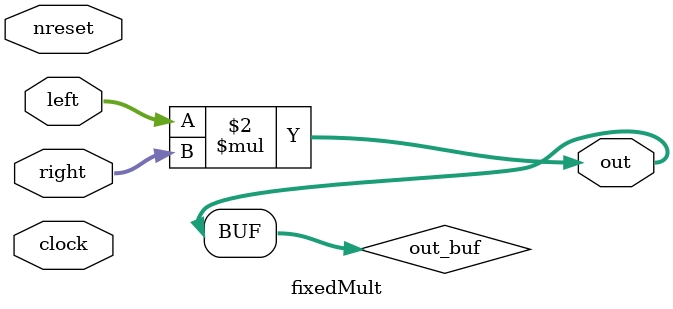
<source format=v>

module fixedMult(clock, nreset, left, right, out);
	input clock, nreset;
	input [15:0] left, right;

	output [31:0] out;
	reg [31:0] out_buf;

	always @ (*) begin
		out_buf = left * right;
	end

	assign out = out_buf;
endmodule
</source>
